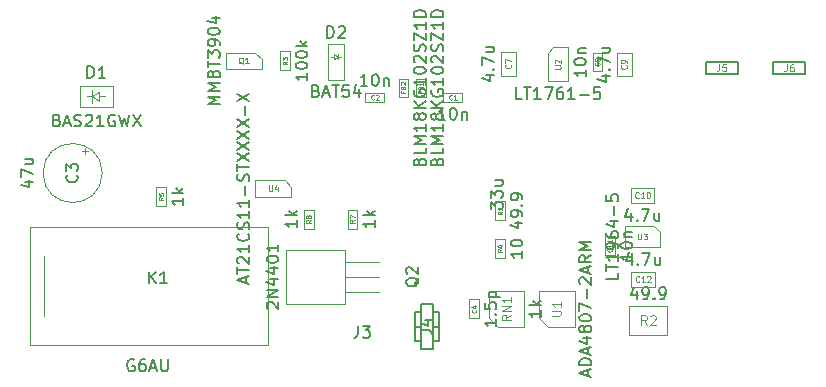
<source format=gbr>
G04 #@! TF.GenerationSoftware,KiCad,Pcbnew,(5.1.10)-1*
G04 #@! TF.CreationDate,2021-11-02T15:20:16+01:00*
G04 #@! TF.ProjectId,DgDrive_DVI,44674472-6976-4655-9f44-56492e6b6963,1.6*
G04 #@! TF.SameCoordinates,Original*
G04 #@! TF.FileFunction,Other,Fab,Top*
%FSLAX46Y46*%
G04 Gerber Fmt 4.6, Leading zero omitted, Abs format (unit mm)*
G04 Created by KiCad (PCBNEW (5.1.10)-1) date 2021-11-02 15:20:16*
%MOMM*%
%LPD*%
G01*
G04 APERTURE LIST*
%ADD10C,0.100000*%
%ADD11C,0.150000*%
%ADD12C,0.075000*%
%ADD13C,0.120000*%
%ADD14C,0.060000*%
%ADD15C,0.135000*%
%ADD16C,0.080000*%
%ADD17C,0.110000*%
%ADD18C,0.090000*%
G04 APERTURE END LIST*
D10*
X110480000Y-102600000D02*
X110480000Y-104000000D01*
X113520000Y-104000000D02*
X110480000Y-104000000D01*
X112950000Y-102600000D02*
X113520000Y-103150000D01*
X113520000Y-103150000D02*
X113520000Y-104000000D01*
X112950000Y-102600000D02*
X110500000Y-102600000D01*
X113110000Y-113060000D02*
X113110000Y-108480000D01*
X118060000Y-113060000D02*
X113110000Y-113060000D01*
X118060000Y-108480000D02*
X118060000Y-113060000D01*
X113110000Y-108480000D02*
X118060000Y-108480000D01*
X118060000Y-109500000D02*
X120980000Y-109500000D01*
X118060000Y-110770000D02*
X120980000Y-110770000D01*
X118060000Y-112040000D02*
X120980000Y-112040000D01*
X116600000Y-91080000D02*
X116600000Y-94120000D01*
X116600000Y-91080000D02*
X118000000Y-91080000D01*
X116600000Y-94120000D02*
X118000000Y-94120000D01*
X118000000Y-91080000D02*
X118000000Y-94120000D01*
X117450000Y-91950000D02*
X117450000Y-92350000D01*
X117450000Y-92150000D02*
X117700000Y-92150000D01*
X117450000Y-92150000D02*
X117150000Y-91950000D01*
X117150000Y-91950000D02*
X117150000Y-92350000D01*
X117150000Y-92350000D02*
X117450000Y-92150000D01*
X117150000Y-92150000D02*
X116900000Y-92150000D01*
X107980000Y-91800000D02*
X107980000Y-93200000D01*
X111020000Y-93200000D02*
X107980000Y-93200000D01*
X110450000Y-91800000D02*
X111020000Y-92350000D01*
X111020000Y-92350000D02*
X111020000Y-93200000D01*
X110450000Y-91800000D02*
X108000000Y-91800000D01*
X95600000Y-94600000D02*
X98400000Y-94600000D01*
X98400000Y-94600000D02*
X98400000Y-96400000D01*
X98400000Y-96400000D02*
X95600000Y-96400000D01*
X95600000Y-96400000D02*
X95600000Y-94600000D01*
X96250000Y-95500000D02*
X96650000Y-95500000D01*
X96650000Y-95500000D02*
X96650000Y-94950000D01*
X96650000Y-95500000D02*
X96650000Y-96050000D01*
X96650000Y-95500000D02*
X97250000Y-95100000D01*
X97250000Y-95100000D02*
X97250000Y-95900000D01*
X97250000Y-95900000D02*
X96650000Y-95500000D01*
X97250000Y-95500000D02*
X97750000Y-95500000D01*
X142150000Y-113255000D02*
X145350000Y-113255000D01*
X142150000Y-115745000D02*
X142150000Y-113255000D01*
X145350000Y-115745000D02*
X142150000Y-115745000D01*
X145350000Y-113255000D02*
X145350000Y-115745000D01*
X114587500Y-106700000D02*
X114587500Y-105100000D01*
X115412500Y-106700000D02*
X114587500Y-106700000D01*
X115412500Y-105100000D02*
X115412500Y-106700000D01*
X114587500Y-105100000D02*
X115412500Y-105100000D01*
X119112500Y-105100000D02*
X119112500Y-106700000D01*
X118287500Y-105100000D02*
X119112500Y-105100000D01*
X118287500Y-106700000D02*
X118287500Y-105100000D01*
X119112500Y-106700000D02*
X118287500Y-106700000D01*
X113412500Y-91700000D02*
X113412500Y-93300000D01*
X112587500Y-91700000D02*
X113412500Y-91700000D01*
X112587500Y-93300000D02*
X112587500Y-91700000D01*
X113412500Y-93300000D02*
X112587500Y-93300000D01*
X91420000Y-106590000D02*
X111560000Y-106590000D01*
X91420000Y-116590000D02*
X91420000Y-106590000D01*
X111560000Y-116590000D02*
X91420000Y-116590000D01*
X111560000Y-106590000D02*
X111560000Y-116590000D01*
X92600000Y-114130000D02*
X92600000Y-109050000D01*
D11*
X125500000Y-115000000D02*
X126000000Y-115000000D01*
X124000000Y-115000000D02*
X124500000Y-115000000D01*
X124500000Y-116900000D02*
X124500000Y-113100000D01*
X125500000Y-113100000D02*
X125500000Y-116900000D01*
X124000000Y-113750000D02*
X124000000Y-116250000D01*
X124000000Y-116250000D02*
X124500000Y-116250000D01*
X124500000Y-116250000D02*
X124500000Y-116750000D01*
X124500000Y-116900000D02*
X125500000Y-116900000D01*
X125500000Y-116750000D02*
X125500000Y-116250000D01*
X125500000Y-116250000D02*
X126000000Y-116250000D01*
X126000000Y-116250000D02*
X126000000Y-113750000D01*
X126000000Y-113750000D02*
X125500000Y-113750000D01*
X125500000Y-113750000D02*
X125500000Y-113250000D01*
X125500000Y-113100000D02*
X124500000Y-113100000D01*
X124500000Y-113250000D02*
X124500000Y-113750000D01*
X124500000Y-113750000D02*
X124000000Y-113750000D01*
D10*
X97500000Y-102000000D02*
G75*
G03*
X97500000Y-102000000I-2500000J0D01*
G01*
X96087500Y-99866395D02*
X96087500Y-100366395D01*
X96337500Y-100116395D02*
X95837500Y-100116395D01*
X102912500Y-104800000D02*
X102087500Y-104800000D01*
X102087500Y-104800000D02*
X102087500Y-103200000D01*
X102087500Y-103200000D02*
X102912500Y-103200000D01*
X102912500Y-103200000D02*
X102912500Y-104800000D01*
X126400000Y-96000000D02*
X126400000Y-95200000D01*
X126400000Y-95200000D02*
X128000000Y-95200000D01*
X128000000Y-95200000D02*
X128000000Y-96000000D01*
X128000000Y-96000000D02*
X126400000Y-96000000D01*
X119800000Y-95200000D02*
X121400000Y-95200000D01*
X119800000Y-96000000D02*
X119800000Y-95200000D01*
X121400000Y-96000000D02*
X119800000Y-96000000D01*
X121400000Y-95200000D02*
X121400000Y-96000000D01*
X129400000Y-112700000D02*
X129400000Y-114300000D01*
X128600000Y-112700000D02*
X129400000Y-112700000D01*
X128600000Y-114300000D02*
X128600000Y-112700000D01*
X129400000Y-114300000D02*
X128600000Y-114300000D01*
X131275000Y-93750000D02*
X131275000Y-91750000D01*
X132525000Y-93750000D02*
X131275000Y-93750000D01*
X132525000Y-91750000D02*
X132525000Y-93750000D01*
X131275000Y-91750000D02*
X132525000Y-91750000D01*
X139050000Y-93400000D02*
X139050000Y-91800000D01*
X139850000Y-93400000D02*
X139050000Y-93400000D01*
X139850000Y-91800000D02*
X139850000Y-93400000D01*
X139050000Y-91800000D02*
X139850000Y-91800000D01*
X141075000Y-91800000D02*
X142325000Y-91800000D01*
X142325000Y-91800000D02*
X142325000Y-93800000D01*
X142325000Y-93800000D02*
X141075000Y-93800000D01*
X141075000Y-93800000D02*
X141075000Y-91800000D01*
X144250000Y-104525000D02*
X142250000Y-104525000D01*
X144250000Y-103275000D02*
X144250000Y-104525000D01*
X142250000Y-103275000D02*
X144250000Y-103275000D01*
X142250000Y-104525000D02*
X142250000Y-103275000D01*
X140900000Y-108950000D02*
X140100000Y-108950000D01*
X140100000Y-108950000D02*
X140100000Y-107350000D01*
X140100000Y-107350000D02*
X140900000Y-107350000D01*
X140900000Y-107350000D02*
X140900000Y-108950000D01*
X144300000Y-110375000D02*
X144300000Y-111625000D01*
X144300000Y-111625000D02*
X142300000Y-111625000D01*
X142300000Y-111625000D02*
X142300000Y-110375000D01*
X142300000Y-110375000D02*
X144300000Y-110375000D01*
X124900000Y-94000000D02*
X124900000Y-95600000D01*
X124100000Y-94000000D02*
X124900000Y-94000000D01*
X124100000Y-95600000D02*
X124100000Y-94000000D01*
X124900000Y-95600000D02*
X124100000Y-95600000D01*
X123400000Y-95600000D02*
X122600000Y-95600000D01*
X122600000Y-95600000D02*
X122600000Y-94000000D01*
X122600000Y-94000000D02*
X123400000Y-94000000D01*
X123400000Y-94000000D02*
X123400000Y-95600000D01*
X131612500Y-104400000D02*
X131612500Y-106000000D01*
X130787500Y-104400000D02*
X131612500Y-104400000D01*
X130787500Y-106000000D02*
X130787500Y-104400000D01*
X131612500Y-106000000D02*
X130787500Y-106000000D01*
X131612500Y-107600000D02*
X131612500Y-109200000D01*
X130787500Y-107600000D02*
X131612500Y-107600000D01*
X130787500Y-109200000D02*
X130787500Y-107600000D01*
X131612500Y-109200000D02*
X130787500Y-109200000D01*
X131000000Y-115000000D02*
X130250000Y-114250000D01*
X133250000Y-115000000D02*
X131000000Y-115000000D01*
X133250000Y-112000000D02*
X133250000Y-115000000D01*
X130250000Y-112000000D02*
X133250000Y-112000000D01*
X130250000Y-114250000D02*
X130250000Y-112000000D01*
X136980000Y-91350000D02*
X136980000Y-94250000D01*
X136980000Y-94250000D02*
X135220000Y-94250000D01*
X135220000Y-91800000D02*
X135220000Y-94250000D01*
X136980000Y-91350000D02*
X135670000Y-91350000D01*
X135220000Y-91800000D02*
X135670000Y-91350000D01*
X144250000Y-106520000D02*
X144700000Y-106970000D01*
X144700000Y-108280000D02*
X144700000Y-106970000D01*
X144250000Y-106520000D02*
X141800000Y-106520000D01*
X141800000Y-108280000D02*
X141800000Y-106520000D01*
X144700000Y-108280000D02*
X141800000Y-108280000D01*
X134500000Y-114250000D02*
X134500000Y-112000000D01*
X134500000Y-112000000D02*
X137500000Y-112000000D01*
X137500000Y-112000000D02*
X137500000Y-115000000D01*
X137500000Y-115000000D02*
X135250000Y-115000000D01*
X135250000Y-115000000D02*
X134500000Y-114250000D01*
D11*
X151300000Y-92600000D02*
X151300000Y-93600000D01*
X148600000Y-93600000D02*
X151300000Y-93600000D01*
X148600000Y-93600000D02*
X148600000Y-92600000D01*
X151300000Y-92600000D02*
X148600000Y-92600000D01*
X154326600Y-93629100D02*
X157026600Y-93629100D01*
X157026600Y-92629100D02*
X157026600Y-93629100D01*
X157026600Y-92629100D02*
X154326600Y-92629100D01*
X154326600Y-93629100D02*
X154326600Y-92629100D01*
X130402380Y-105061904D02*
X130402380Y-104442857D01*
X130783333Y-104776190D01*
X130783333Y-104633333D01*
X130830952Y-104538095D01*
X130878571Y-104490476D01*
X130973809Y-104442857D01*
X131211904Y-104442857D01*
X131307142Y-104490476D01*
X131354761Y-104538095D01*
X131402380Y-104633333D01*
X131402380Y-104919047D01*
X131354761Y-105014285D01*
X131307142Y-105061904D01*
X130402380Y-104109523D02*
X130402380Y-103490476D01*
X130783333Y-103823809D01*
X130783333Y-103680952D01*
X130830952Y-103585714D01*
X130878571Y-103538095D01*
X130973809Y-103490476D01*
X131211904Y-103490476D01*
X131307142Y-103538095D01*
X131354761Y-103585714D01*
X131402380Y-103680952D01*
X131402380Y-103966666D01*
X131354761Y-104061904D01*
X131307142Y-104109523D01*
X130735714Y-102633333D02*
X131402380Y-102633333D01*
X130735714Y-103061904D02*
X131259523Y-103061904D01*
X131354761Y-103014285D01*
X131402380Y-102919047D01*
X131402380Y-102776190D01*
X131354761Y-102680952D01*
X131307142Y-102633333D01*
X109666666Y-111276190D02*
X109666666Y-110800000D01*
X109952380Y-111371428D02*
X108952380Y-111038095D01*
X109952380Y-110704761D01*
X108952380Y-110514285D02*
X108952380Y-109942857D01*
X109952380Y-110228571D02*
X108952380Y-110228571D01*
X109047619Y-109657142D02*
X109000000Y-109609523D01*
X108952380Y-109514285D01*
X108952380Y-109276190D01*
X109000000Y-109180952D01*
X109047619Y-109133333D01*
X109142857Y-109085714D01*
X109238095Y-109085714D01*
X109380952Y-109133333D01*
X109952380Y-109704761D01*
X109952380Y-109085714D01*
X109952380Y-108133333D02*
X109952380Y-108704761D01*
X109952380Y-108419047D02*
X108952380Y-108419047D01*
X109095238Y-108514285D01*
X109190476Y-108609523D01*
X109238095Y-108704761D01*
X109857142Y-107133333D02*
X109904761Y-107180952D01*
X109952380Y-107323809D01*
X109952380Y-107419047D01*
X109904761Y-107561904D01*
X109809523Y-107657142D01*
X109714285Y-107704761D01*
X109523809Y-107752380D01*
X109380952Y-107752380D01*
X109190476Y-107704761D01*
X109095238Y-107657142D01*
X109000000Y-107561904D01*
X108952380Y-107419047D01*
X108952380Y-107323809D01*
X109000000Y-107180952D01*
X109047619Y-107133333D01*
X109904761Y-106752380D02*
X109952380Y-106609523D01*
X109952380Y-106371428D01*
X109904761Y-106276190D01*
X109857142Y-106228571D01*
X109761904Y-106180952D01*
X109666666Y-106180952D01*
X109571428Y-106228571D01*
X109523809Y-106276190D01*
X109476190Y-106371428D01*
X109428571Y-106561904D01*
X109380952Y-106657142D01*
X109333333Y-106704761D01*
X109238095Y-106752380D01*
X109142857Y-106752380D01*
X109047619Y-106704761D01*
X109000000Y-106657142D01*
X108952380Y-106561904D01*
X108952380Y-106323809D01*
X109000000Y-106180952D01*
X109952380Y-105228571D02*
X109952380Y-105800000D01*
X109952380Y-105514285D02*
X108952380Y-105514285D01*
X109095238Y-105609523D01*
X109190476Y-105704761D01*
X109238095Y-105800000D01*
X109952380Y-104276190D02*
X109952380Y-104847619D01*
X109952380Y-104561904D02*
X108952380Y-104561904D01*
X109095238Y-104657142D01*
X109190476Y-104752380D01*
X109238095Y-104847619D01*
X109571428Y-103847619D02*
X109571428Y-103085714D01*
X109904761Y-102657142D02*
X109952380Y-102514285D01*
X109952380Y-102276190D01*
X109904761Y-102180952D01*
X109857142Y-102133333D01*
X109761904Y-102085714D01*
X109666666Y-102085714D01*
X109571428Y-102133333D01*
X109523809Y-102180952D01*
X109476190Y-102276190D01*
X109428571Y-102466666D01*
X109380952Y-102561904D01*
X109333333Y-102609523D01*
X109238095Y-102657142D01*
X109142857Y-102657142D01*
X109047619Y-102609523D01*
X109000000Y-102561904D01*
X108952380Y-102466666D01*
X108952380Y-102228571D01*
X109000000Y-102085714D01*
X108952380Y-101800000D02*
X108952380Y-101228571D01*
X109952380Y-101514285D02*
X108952380Y-101514285D01*
X108952380Y-100990476D02*
X109952380Y-100323809D01*
X108952380Y-100323809D02*
X109952380Y-100990476D01*
X108952380Y-100038095D02*
X109952380Y-99371428D01*
X108952380Y-99371428D02*
X109952380Y-100038095D01*
X108952380Y-99085714D02*
X109952380Y-98419047D01*
X108952380Y-98419047D02*
X109952380Y-99085714D01*
X108952380Y-98133333D02*
X109952380Y-97466666D01*
X108952380Y-97466666D02*
X109952380Y-98133333D01*
X109571428Y-97085714D02*
X109571428Y-96323809D01*
X108952380Y-95942857D02*
X109952380Y-95276190D01*
X108952380Y-95276190D02*
X109952380Y-95942857D01*
D12*
X111619047Y-103026190D02*
X111619047Y-103430952D01*
X111642857Y-103478571D01*
X111666666Y-103502380D01*
X111714285Y-103526190D01*
X111809523Y-103526190D01*
X111857142Y-103502380D01*
X111880952Y-103478571D01*
X111904761Y-103430952D01*
X111904761Y-103026190D01*
X112357142Y-103192857D02*
X112357142Y-103526190D01*
X112238095Y-103002380D02*
X112119047Y-103359523D01*
X112428571Y-103359523D01*
D11*
X111517619Y-113484285D02*
X111470000Y-113436666D01*
X111422380Y-113341428D01*
X111422380Y-113103333D01*
X111470000Y-113008095D01*
X111517619Y-112960476D01*
X111612857Y-112912857D01*
X111708095Y-112912857D01*
X111850952Y-112960476D01*
X112422380Y-113531904D01*
X112422380Y-112912857D01*
X112422380Y-112484285D02*
X111422380Y-112484285D01*
X112422380Y-111912857D01*
X111422380Y-111912857D01*
X111755714Y-111008095D02*
X112422380Y-111008095D01*
X111374761Y-111246190D02*
X112089047Y-111484285D01*
X112089047Y-110865238D01*
X111755714Y-110055714D02*
X112422380Y-110055714D01*
X111374761Y-110293809D02*
X112089047Y-110531904D01*
X112089047Y-109912857D01*
X111422380Y-109341428D02*
X111422380Y-109246190D01*
X111470000Y-109150952D01*
X111517619Y-109103333D01*
X111612857Y-109055714D01*
X111803333Y-109008095D01*
X112041428Y-109008095D01*
X112231904Y-109055714D01*
X112327142Y-109103333D01*
X112374761Y-109150952D01*
X112422380Y-109246190D01*
X112422380Y-109341428D01*
X112374761Y-109436666D01*
X112327142Y-109484285D01*
X112231904Y-109531904D01*
X112041428Y-109579523D01*
X111803333Y-109579523D01*
X111612857Y-109531904D01*
X111517619Y-109484285D01*
X111470000Y-109436666D01*
X111422380Y-109341428D01*
X112422380Y-108055714D02*
X112422380Y-108627142D01*
X112422380Y-108341428D02*
X111422380Y-108341428D01*
X111565238Y-108436666D01*
X111660476Y-108531904D01*
X111708095Y-108627142D01*
X124327619Y-110865238D02*
X124280000Y-110960476D01*
X124184761Y-111055714D01*
X124041904Y-111198571D01*
X123994285Y-111293809D01*
X123994285Y-111389047D01*
X124232380Y-111341428D02*
X124184761Y-111436666D01*
X124089523Y-111531904D01*
X123899047Y-111579523D01*
X123565714Y-111579523D01*
X123375238Y-111531904D01*
X123280000Y-111436666D01*
X123232380Y-111341428D01*
X123232380Y-111150952D01*
X123280000Y-111055714D01*
X123375238Y-110960476D01*
X123565714Y-110912857D01*
X123899047Y-110912857D01*
X124089523Y-110960476D01*
X124184761Y-111055714D01*
X124232380Y-111150952D01*
X124232380Y-111341428D01*
X123327619Y-110531904D02*
X123280000Y-110484285D01*
X123232380Y-110389047D01*
X123232380Y-110150952D01*
X123280000Y-110055714D01*
X123327619Y-110008095D01*
X123422857Y-109960476D01*
X123518095Y-109960476D01*
X123660952Y-110008095D01*
X124232380Y-110579523D01*
X124232380Y-109960476D01*
X115609523Y-95028571D02*
X115752380Y-95076190D01*
X115800000Y-95123809D01*
X115847619Y-95219047D01*
X115847619Y-95361904D01*
X115800000Y-95457142D01*
X115752380Y-95504761D01*
X115657142Y-95552380D01*
X115276190Y-95552380D01*
X115276190Y-94552380D01*
X115609523Y-94552380D01*
X115704761Y-94600000D01*
X115752380Y-94647619D01*
X115800000Y-94742857D01*
X115800000Y-94838095D01*
X115752380Y-94933333D01*
X115704761Y-94980952D01*
X115609523Y-95028571D01*
X115276190Y-95028571D01*
X116228571Y-95266666D02*
X116704761Y-95266666D01*
X116133333Y-95552380D02*
X116466666Y-94552380D01*
X116800000Y-95552380D01*
X116990476Y-94552380D02*
X117561904Y-94552380D01*
X117276190Y-95552380D02*
X117276190Y-94552380D01*
X118371428Y-94552380D02*
X117895238Y-94552380D01*
X117847619Y-95028571D01*
X117895238Y-94980952D01*
X117990476Y-94933333D01*
X118228571Y-94933333D01*
X118323809Y-94980952D01*
X118371428Y-95028571D01*
X118419047Y-95123809D01*
X118419047Y-95361904D01*
X118371428Y-95457142D01*
X118323809Y-95504761D01*
X118228571Y-95552380D01*
X117990476Y-95552380D01*
X117895238Y-95504761D01*
X117847619Y-95457142D01*
X119276190Y-94885714D02*
X119276190Y-95552380D01*
X119038095Y-94504761D02*
X118800000Y-95219047D01*
X119419047Y-95219047D01*
X116561904Y-90552380D02*
X116561904Y-89552380D01*
X116800000Y-89552380D01*
X116942857Y-89600000D01*
X117038095Y-89695238D01*
X117085714Y-89790476D01*
X117133333Y-89980952D01*
X117133333Y-90123809D01*
X117085714Y-90314285D01*
X117038095Y-90409523D01*
X116942857Y-90504761D01*
X116800000Y-90552380D01*
X116561904Y-90552380D01*
X117514285Y-89647619D02*
X117561904Y-89600000D01*
X117657142Y-89552380D01*
X117895238Y-89552380D01*
X117990476Y-89600000D01*
X118038095Y-89647619D01*
X118085714Y-89742857D01*
X118085714Y-89838095D01*
X118038095Y-89980952D01*
X117466666Y-90552380D01*
X118085714Y-90552380D01*
X107452380Y-96190476D02*
X106452380Y-96190476D01*
X107166666Y-95857142D01*
X106452380Y-95523809D01*
X107452380Y-95523809D01*
X107452380Y-95047619D02*
X106452380Y-95047619D01*
X107166666Y-94714285D01*
X106452380Y-94380952D01*
X107452380Y-94380952D01*
X106928571Y-93571428D02*
X106976190Y-93428571D01*
X107023809Y-93380952D01*
X107119047Y-93333333D01*
X107261904Y-93333333D01*
X107357142Y-93380952D01*
X107404761Y-93428571D01*
X107452380Y-93523809D01*
X107452380Y-93904761D01*
X106452380Y-93904761D01*
X106452380Y-93571428D01*
X106500000Y-93476190D01*
X106547619Y-93428571D01*
X106642857Y-93380952D01*
X106738095Y-93380952D01*
X106833333Y-93428571D01*
X106880952Y-93476190D01*
X106928571Y-93571428D01*
X106928571Y-93904761D01*
X106452380Y-93047619D02*
X106452380Y-92476190D01*
X107452380Y-92761904D02*
X106452380Y-92761904D01*
X106452380Y-92238095D02*
X106452380Y-91619047D01*
X106833333Y-91952380D01*
X106833333Y-91809523D01*
X106880952Y-91714285D01*
X106928571Y-91666666D01*
X107023809Y-91619047D01*
X107261904Y-91619047D01*
X107357142Y-91666666D01*
X107404761Y-91714285D01*
X107452380Y-91809523D01*
X107452380Y-92095238D01*
X107404761Y-92190476D01*
X107357142Y-92238095D01*
X107452380Y-91142857D02*
X107452380Y-90952380D01*
X107404761Y-90857142D01*
X107357142Y-90809523D01*
X107214285Y-90714285D01*
X107023809Y-90666666D01*
X106642857Y-90666666D01*
X106547619Y-90714285D01*
X106500000Y-90761904D01*
X106452380Y-90857142D01*
X106452380Y-91047619D01*
X106500000Y-91142857D01*
X106547619Y-91190476D01*
X106642857Y-91238095D01*
X106880952Y-91238095D01*
X106976190Y-91190476D01*
X107023809Y-91142857D01*
X107071428Y-91047619D01*
X107071428Y-90857142D01*
X107023809Y-90761904D01*
X106976190Y-90714285D01*
X106880952Y-90666666D01*
X106452380Y-90047619D02*
X106452380Y-89952380D01*
X106500000Y-89857142D01*
X106547619Y-89809523D01*
X106642857Y-89761904D01*
X106833333Y-89714285D01*
X107071428Y-89714285D01*
X107261904Y-89761904D01*
X107357142Y-89809523D01*
X107404761Y-89857142D01*
X107452380Y-89952380D01*
X107452380Y-90047619D01*
X107404761Y-90142857D01*
X107357142Y-90190476D01*
X107261904Y-90238095D01*
X107071428Y-90285714D01*
X106833333Y-90285714D01*
X106642857Y-90238095D01*
X106547619Y-90190476D01*
X106500000Y-90142857D01*
X106452380Y-90047619D01*
X106785714Y-88857142D02*
X107452380Y-88857142D01*
X106404761Y-89095238D02*
X107119047Y-89333333D01*
X107119047Y-88714285D01*
D12*
X109452380Y-92773809D02*
X109404761Y-92750000D01*
X109357142Y-92702380D01*
X109285714Y-92630952D01*
X109238095Y-92607142D01*
X109190476Y-92607142D01*
X109214285Y-92726190D02*
X109166666Y-92702380D01*
X109119047Y-92654761D01*
X109095238Y-92559523D01*
X109095238Y-92392857D01*
X109119047Y-92297619D01*
X109166666Y-92250000D01*
X109214285Y-92226190D01*
X109309523Y-92226190D01*
X109357142Y-92250000D01*
X109404761Y-92297619D01*
X109428571Y-92392857D01*
X109428571Y-92559523D01*
X109404761Y-92654761D01*
X109357142Y-92702380D01*
X109309523Y-92726190D01*
X109214285Y-92726190D01*
X109904761Y-92726190D02*
X109619047Y-92726190D01*
X109761904Y-92726190D02*
X109761904Y-92226190D01*
X109714285Y-92297619D01*
X109666666Y-92345238D01*
X109619047Y-92369047D01*
D11*
X93666666Y-97528571D02*
X93809523Y-97576190D01*
X93857142Y-97623809D01*
X93904761Y-97719047D01*
X93904761Y-97861904D01*
X93857142Y-97957142D01*
X93809523Y-98004761D01*
X93714285Y-98052380D01*
X93333333Y-98052380D01*
X93333333Y-97052380D01*
X93666666Y-97052380D01*
X93761904Y-97100000D01*
X93809523Y-97147619D01*
X93857142Y-97242857D01*
X93857142Y-97338095D01*
X93809523Y-97433333D01*
X93761904Y-97480952D01*
X93666666Y-97528571D01*
X93333333Y-97528571D01*
X94285714Y-97766666D02*
X94761904Y-97766666D01*
X94190476Y-98052380D02*
X94523809Y-97052380D01*
X94857142Y-98052380D01*
X95142857Y-98004761D02*
X95285714Y-98052380D01*
X95523809Y-98052380D01*
X95619047Y-98004761D01*
X95666666Y-97957142D01*
X95714285Y-97861904D01*
X95714285Y-97766666D01*
X95666666Y-97671428D01*
X95619047Y-97623809D01*
X95523809Y-97576190D01*
X95333333Y-97528571D01*
X95238095Y-97480952D01*
X95190476Y-97433333D01*
X95142857Y-97338095D01*
X95142857Y-97242857D01*
X95190476Y-97147619D01*
X95238095Y-97100000D01*
X95333333Y-97052380D01*
X95571428Y-97052380D01*
X95714285Y-97100000D01*
X96095238Y-97147619D02*
X96142857Y-97100000D01*
X96238095Y-97052380D01*
X96476190Y-97052380D01*
X96571428Y-97100000D01*
X96619047Y-97147619D01*
X96666666Y-97242857D01*
X96666666Y-97338095D01*
X96619047Y-97480952D01*
X96047619Y-98052380D01*
X96666666Y-98052380D01*
X97619047Y-98052380D02*
X97047619Y-98052380D01*
X97333333Y-98052380D02*
X97333333Y-97052380D01*
X97238095Y-97195238D01*
X97142857Y-97290476D01*
X97047619Y-97338095D01*
X98571428Y-97100000D02*
X98476190Y-97052380D01*
X98333333Y-97052380D01*
X98190476Y-97100000D01*
X98095238Y-97195238D01*
X98047619Y-97290476D01*
X98000000Y-97480952D01*
X98000000Y-97623809D01*
X98047619Y-97814285D01*
X98095238Y-97909523D01*
X98190476Y-98004761D01*
X98333333Y-98052380D01*
X98428571Y-98052380D01*
X98571428Y-98004761D01*
X98619047Y-97957142D01*
X98619047Y-97623809D01*
X98428571Y-97623809D01*
X98952380Y-97052380D02*
X99190476Y-98052380D01*
X99380952Y-97338095D01*
X99571428Y-98052380D01*
X99809523Y-97052380D01*
X100095238Y-97052380D02*
X100761904Y-98052380D01*
X100761904Y-97052380D02*
X100095238Y-98052380D01*
X96261904Y-93952380D02*
X96261904Y-92952380D01*
X96500000Y-92952380D01*
X96642857Y-93000000D01*
X96738095Y-93095238D01*
X96785714Y-93190476D01*
X96833333Y-93380952D01*
X96833333Y-93523809D01*
X96785714Y-93714285D01*
X96738095Y-93809523D01*
X96642857Y-93904761D01*
X96500000Y-93952380D01*
X96261904Y-93952380D01*
X97785714Y-93952380D02*
X97214285Y-93952380D01*
X97500000Y-93952380D02*
X97500000Y-92952380D01*
X97404761Y-93095238D01*
X97309523Y-93190476D01*
X97214285Y-93238095D01*
X142750000Y-112005714D02*
X142750000Y-112672380D01*
X142511904Y-111624761D02*
X142273809Y-112339047D01*
X142892857Y-112339047D01*
X143321428Y-112672380D02*
X143511904Y-112672380D01*
X143607142Y-112624761D01*
X143654761Y-112577142D01*
X143750000Y-112434285D01*
X143797619Y-112243809D01*
X143797619Y-111862857D01*
X143750000Y-111767619D01*
X143702380Y-111720000D01*
X143607142Y-111672380D01*
X143416666Y-111672380D01*
X143321428Y-111720000D01*
X143273809Y-111767619D01*
X143226190Y-111862857D01*
X143226190Y-112100952D01*
X143273809Y-112196190D01*
X143321428Y-112243809D01*
X143416666Y-112291428D01*
X143607142Y-112291428D01*
X143702380Y-112243809D01*
X143750000Y-112196190D01*
X143797619Y-112100952D01*
X144226190Y-112577142D02*
X144273809Y-112624761D01*
X144226190Y-112672380D01*
X144178571Y-112624761D01*
X144226190Y-112577142D01*
X144226190Y-112672380D01*
X144750000Y-112672380D02*
X144940476Y-112672380D01*
X145035714Y-112624761D01*
X145083333Y-112577142D01*
X145178571Y-112434285D01*
X145226190Y-112243809D01*
X145226190Y-111862857D01*
X145178571Y-111767619D01*
X145130952Y-111720000D01*
X145035714Y-111672380D01*
X144845238Y-111672380D01*
X144750000Y-111720000D01*
X144702380Y-111767619D01*
X144654761Y-111862857D01*
X144654761Y-112100952D01*
X144702380Y-112196190D01*
X144750000Y-112243809D01*
X144845238Y-112291428D01*
X145035714Y-112291428D01*
X145130952Y-112243809D01*
X145178571Y-112196190D01*
X145226190Y-112100952D01*
D13*
X143616666Y-114861904D02*
X143350000Y-114480952D01*
X143159523Y-114861904D02*
X143159523Y-114061904D01*
X143464285Y-114061904D01*
X143540476Y-114100000D01*
X143578571Y-114138095D01*
X143616666Y-114214285D01*
X143616666Y-114328571D01*
X143578571Y-114404761D01*
X143540476Y-114442857D01*
X143464285Y-114480952D01*
X143159523Y-114480952D01*
X143921428Y-114138095D02*
X143959523Y-114100000D01*
X144035714Y-114061904D01*
X144226190Y-114061904D01*
X144302380Y-114100000D01*
X144340476Y-114138095D01*
X144378571Y-114214285D01*
X144378571Y-114290476D01*
X144340476Y-114404761D01*
X143883333Y-114861904D01*
X144378571Y-114861904D01*
D11*
X114022380Y-106019047D02*
X114022380Y-106590476D01*
X114022380Y-106304761D02*
X113022380Y-106304761D01*
X113165238Y-106400000D01*
X113260476Y-106495238D01*
X113308095Y-106590476D01*
X114022380Y-105590476D02*
X113022380Y-105590476D01*
X113641428Y-105495238D02*
X114022380Y-105209523D01*
X113355714Y-105209523D02*
X113736666Y-105590476D01*
D14*
X115180952Y-105966666D02*
X114990476Y-106100000D01*
X115180952Y-106195238D02*
X114780952Y-106195238D01*
X114780952Y-106042857D01*
X114800000Y-106004761D01*
X114819047Y-105985714D01*
X114857142Y-105966666D01*
X114914285Y-105966666D01*
X114952380Y-105985714D01*
X114971428Y-106004761D01*
X114990476Y-106042857D01*
X114990476Y-106195238D01*
X114952380Y-105738095D02*
X114933333Y-105776190D01*
X114914285Y-105795238D01*
X114876190Y-105814285D01*
X114857142Y-105814285D01*
X114819047Y-105795238D01*
X114800000Y-105776190D01*
X114780952Y-105738095D01*
X114780952Y-105661904D01*
X114800000Y-105623809D01*
X114819047Y-105604761D01*
X114857142Y-105585714D01*
X114876190Y-105585714D01*
X114914285Y-105604761D01*
X114933333Y-105623809D01*
X114952380Y-105661904D01*
X114952380Y-105738095D01*
X114971428Y-105776190D01*
X114990476Y-105795238D01*
X115028571Y-105814285D01*
X115104761Y-105814285D01*
X115142857Y-105795238D01*
X115161904Y-105776190D01*
X115180952Y-105738095D01*
X115180952Y-105661904D01*
X115161904Y-105623809D01*
X115142857Y-105604761D01*
X115104761Y-105585714D01*
X115028571Y-105585714D01*
X114990476Y-105604761D01*
X114971428Y-105623809D01*
X114952380Y-105661904D01*
D11*
X120582380Y-106019047D02*
X120582380Y-106590476D01*
X120582380Y-106304761D02*
X119582380Y-106304761D01*
X119725238Y-106400000D01*
X119820476Y-106495238D01*
X119868095Y-106590476D01*
X120582380Y-105590476D02*
X119582380Y-105590476D01*
X120201428Y-105495238D02*
X120582380Y-105209523D01*
X119915714Y-105209523D02*
X120296666Y-105590476D01*
D14*
X118880952Y-105966666D02*
X118690476Y-106100000D01*
X118880952Y-106195238D02*
X118480952Y-106195238D01*
X118480952Y-106042857D01*
X118500000Y-106004761D01*
X118519047Y-105985714D01*
X118557142Y-105966666D01*
X118614285Y-105966666D01*
X118652380Y-105985714D01*
X118671428Y-106004761D01*
X118690476Y-106042857D01*
X118690476Y-106195238D01*
X118480952Y-105833333D02*
X118480952Y-105566666D01*
X118880952Y-105738095D01*
D11*
X114882380Y-93571428D02*
X114882380Y-94142857D01*
X114882380Y-93857142D02*
X113882380Y-93857142D01*
X114025238Y-93952380D01*
X114120476Y-94047619D01*
X114168095Y-94142857D01*
X113882380Y-92952380D02*
X113882380Y-92857142D01*
X113930000Y-92761904D01*
X113977619Y-92714285D01*
X114072857Y-92666666D01*
X114263333Y-92619047D01*
X114501428Y-92619047D01*
X114691904Y-92666666D01*
X114787142Y-92714285D01*
X114834761Y-92761904D01*
X114882380Y-92857142D01*
X114882380Y-92952380D01*
X114834761Y-93047619D01*
X114787142Y-93095238D01*
X114691904Y-93142857D01*
X114501428Y-93190476D01*
X114263333Y-93190476D01*
X114072857Y-93142857D01*
X113977619Y-93095238D01*
X113930000Y-93047619D01*
X113882380Y-92952380D01*
X113882380Y-92000000D02*
X113882380Y-91904761D01*
X113930000Y-91809523D01*
X113977619Y-91761904D01*
X114072857Y-91714285D01*
X114263333Y-91666666D01*
X114501428Y-91666666D01*
X114691904Y-91714285D01*
X114787142Y-91761904D01*
X114834761Y-91809523D01*
X114882380Y-91904761D01*
X114882380Y-92000000D01*
X114834761Y-92095238D01*
X114787142Y-92142857D01*
X114691904Y-92190476D01*
X114501428Y-92238095D01*
X114263333Y-92238095D01*
X114072857Y-92190476D01*
X113977619Y-92142857D01*
X113930000Y-92095238D01*
X113882380Y-92000000D01*
X114882380Y-91238095D02*
X113882380Y-91238095D01*
X114501428Y-91142857D02*
X114882380Y-90857142D01*
X114215714Y-90857142D02*
X114596666Y-91238095D01*
D14*
X113180952Y-92566666D02*
X112990476Y-92700000D01*
X113180952Y-92795238D02*
X112780952Y-92795238D01*
X112780952Y-92642857D01*
X112800000Y-92604761D01*
X112819047Y-92585714D01*
X112857142Y-92566666D01*
X112914285Y-92566666D01*
X112952380Y-92585714D01*
X112971428Y-92604761D01*
X112990476Y-92642857D01*
X112990476Y-92795238D01*
X112780952Y-92433333D02*
X112780952Y-92185714D01*
X112933333Y-92319047D01*
X112933333Y-92261904D01*
X112952380Y-92223809D01*
X112971428Y-92204761D01*
X113009523Y-92185714D01*
X113104761Y-92185714D01*
X113142857Y-92204761D01*
X113161904Y-92223809D01*
X113180952Y-92261904D01*
X113180952Y-92376190D01*
X113161904Y-92414285D01*
X113142857Y-92433333D01*
D11*
X100196333Y-117821000D02*
X100101095Y-117773380D01*
X99958238Y-117773380D01*
X99815380Y-117821000D01*
X99720142Y-117916238D01*
X99672523Y-118011476D01*
X99624904Y-118201952D01*
X99624904Y-118344809D01*
X99672523Y-118535285D01*
X99720142Y-118630523D01*
X99815380Y-118725761D01*
X99958238Y-118773380D01*
X100053476Y-118773380D01*
X100196333Y-118725761D01*
X100243952Y-118678142D01*
X100243952Y-118344809D01*
X100053476Y-118344809D01*
X101101095Y-117773380D02*
X100910619Y-117773380D01*
X100815380Y-117821000D01*
X100767761Y-117868619D01*
X100672523Y-118011476D01*
X100624904Y-118201952D01*
X100624904Y-118582904D01*
X100672523Y-118678142D01*
X100720142Y-118725761D01*
X100815380Y-118773380D01*
X101005857Y-118773380D01*
X101101095Y-118725761D01*
X101148714Y-118678142D01*
X101196333Y-118582904D01*
X101196333Y-118344809D01*
X101148714Y-118249571D01*
X101101095Y-118201952D01*
X101005857Y-118154333D01*
X100815380Y-118154333D01*
X100720142Y-118201952D01*
X100672523Y-118249571D01*
X100624904Y-118344809D01*
X101577285Y-118487666D02*
X102053476Y-118487666D01*
X101482047Y-118773380D02*
X101815380Y-117773380D01*
X102148714Y-118773380D01*
X102482047Y-117773380D02*
X102482047Y-118582904D01*
X102529666Y-118678142D01*
X102577285Y-118725761D01*
X102672523Y-118773380D01*
X102863000Y-118773380D01*
X102958238Y-118725761D01*
X103005857Y-118678142D01*
X103053476Y-118582904D01*
X103053476Y-117773380D01*
X101461904Y-111352380D02*
X101461904Y-110352380D01*
X102033333Y-111352380D02*
X101604761Y-110780952D01*
X102033333Y-110352380D02*
X101461904Y-110923809D01*
X102985714Y-111352380D02*
X102414285Y-111352380D01*
X102700000Y-111352380D02*
X102700000Y-110352380D01*
X102604761Y-110495238D01*
X102509523Y-110590476D01*
X102414285Y-110638095D01*
X119166666Y-114952380D02*
X119166666Y-115666666D01*
X119119047Y-115809523D01*
X119023809Y-115904761D01*
X118880952Y-115952380D01*
X118785714Y-115952380D01*
X119547619Y-114952380D02*
X120166666Y-114952380D01*
X119833333Y-115333333D01*
X119976190Y-115333333D01*
X120071428Y-115380952D01*
X120119047Y-115428571D01*
X120166666Y-115523809D01*
X120166666Y-115761904D01*
X120119047Y-115857142D01*
X120071428Y-115904761D01*
X119976190Y-115952380D01*
X119690476Y-115952380D01*
X119595238Y-115904761D01*
X119547619Y-115857142D01*
D15*
X124507142Y-115300000D02*
X125150000Y-115300000D01*
X125278571Y-115342857D01*
X125364285Y-115428571D01*
X125407142Y-115557142D01*
X125407142Y-115642857D01*
X124807142Y-114485714D02*
X125407142Y-114485714D01*
X124464285Y-114700000D02*
X125107142Y-114914285D01*
X125107142Y-114357142D01*
D11*
X90975714Y-102738095D02*
X91642380Y-102738095D01*
X90594761Y-102976190D02*
X91309047Y-103214285D01*
X91309047Y-102595238D01*
X90642380Y-102309523D02*
X90642380Y-101642857D01*
X91642380Y-102071428D01*
X90975714Y-100833333D02*
X91642380Y-100833333D01*
X90975714Y-101261904D02*
X91499523Y-101261904D01*
X91594761Y-101214285D01*
X91642380Y-101119047D01*
X91642380Y-100976190D01*
X91594761Y-100880952D01*
X91547142Y-100833333D01*
X95357142Y-102166666D02*
X95404761Y-102214285D01*
X95452380Y-102357142D01*
X95452380Y-102452380D01*
X95404761Y-102595238D01*
X95309523Y-102690476D01*
X95214285Y-102738095D01*
X95023809Y-102785714D01*
X94880952Y-102785714D01*
X94690476Y-102738095D01*
X94595238Y-102690476D01*
X94500000Y-102595238D01*
X94452380Y-102452380D01*
X94452380Y-102357142D01*
X94500000Y-102214285D01*
X94547619Y-102166666D01*
X94452380Y-101833333D02*
X94452380Y-101214285D01*
X94833333Y-101547619D01*
X94833333Y-101404761D01*
X94880952Y-101309523D01*
X94928571Y-101261904D01*
X95023809Y-101214285D01*
X95261904Y-101214285D01*
X95357142Y-101261904D01*
X95404761Y-101309523D01*
X95452380Y-101404761D01*
X95452380Y-101690476D01*
X95404761Y-101785714D01*
X95357142Y-101833333D01*
X104382380Y-104119047D02*
X104382380Y-104690476D01*
X104382380Y-104404761D02*
X103382380Y-104404761D01*
X103525238Y-104500000D01*
X103620476Y-104595238D01*
X103668095Y-104690476D01*
X104382380Y-103690476D02*
X103382380Y-103690476D01*
X104001428Y-103595238D02*
X104382380Y-103309523D01*
X103715714Y-103309523D02*
X104096666Y-103690476D01*
D14*
X102680952Y-104066666D02*
X102490476Y-104200000D01*
X102680952Y-104295238D02*
X102280952Y-104295238D01*
X102280952Y-104142857D01*
X102300000Y-104104761D01*
X102319047Y-104085714D01*
X102357142Y-104066666D01*
X102414285Y-104066666D01*
X102452380Y-104085714D01*
X102471428Y-104104761D01*
X102490476Y-104142857D01*
X102490476Y-104295238D01*
X102280952Y-103704761D02*
X102280952Y-103895238D01*
X102471428Y-103914285D01*
X102452380Y-103895238D01*
X102433333Y-103857142D01*
X102433333Y-103761904D01*
X102452380Y-103723809D01*
X102471428Y-103704761D01*
X102509523Y-103685714D01*
X102604761Y-103685714D01*
X102642857Y-103704761D01*
X102661904Y-103723809D01*
X102680952Y-103761904D01*
X102680952Y-103857142D01*
X102661904Y-103895238D01*
X102642857Y-103914285D01*
D11*
X126557142Y-97482380D02*
X125985714Y-97482380D01*
X126271428Y-97482380D02*
X126271428Y-96482380D01*
X126176190Y-96625238D01*
X126080952Y-96720476D01*
X125985714Y-96768095D01*
X127176190Y-96482380D02*
X127271428Y-96482380D01*
X127366666Y-96530000D01*
X127414285Y-96577619D01*
X127461904Y-96672857D01*
X127509523Y-96863333D01*
X127509523Y-97101428D01*
X127461904Y-97291904D01*
X127414285Y-97387142D01*
X127366666Y-97434761D01*
X127271428Y-97482380D01*
X127176190Y-97482380D01*
X127080952Y-97434761D01*
X127033333Y-97387142D01*
X126985714Y-97291904D01*
X126938095Y-97101428D01*
X126938095Y-96863333D01*
X126985714Y-96672857D01*
X127033333Y-96577619D01*
X127080952Y-96530000D01*
X127176190Y-96482380D01*
X127938095Y-96815714D02*
X127938095Y-97482380D01*
X127938095Y-96910952D02*
X127985714Y-96863333D01*
X128080952Y-96815714D01*
X128223809Y-96815714D01*
X128319047Y-96863333D01*
X128366666Y-96958571D01*
X128366666Y-97482380D01*
D14*
X127133333Y-95742857D02*
X127114285Y-95761904D01*
X127057142Y-95780952D01*
X127019047Y-95780952D01*
X126961904Y-95761904D01*
X126923809Y-95723809D01*
X126904761Y-95685714D01*
X126885714Y-95609523D01*
X126885714Y-95552380D01*
X126904761Y-95476190D01*
X126923809Y-95438095D01*
X126961904Y-95400000D01*
X127019047Y-95380952D01*
X127057142Y-95380952D01*
X127114285Y-95400000D01*
X127133333Y-95419047D01*
X127514285Y-95780952D02*
X127285714Y-95780952D01*
X127400000Y-95780952D02*
X127400000Y-95380952D01*
X127361904Y-95438095D01*
X127323809Y-95476190D01*
X127285714Y-95495238D01*
D11*
X119957142Y-94622380D02*
X119385714Y-94622380D01*
X119671428Y-94622380D02*
X119671428Y-93622380D01*
X119576190Y-93765238D01*
X119480952Y-93860476D01*
X119385714Y-93908095D01*
X120576190Y-93622380D02*
X120671428Y-93622380D01*
X120766666Y-93670000D01*
X120814285Y-93717619D01*
X120861904Y-93812857D01*
X120909523Y-94003333D01*
X120909523Y-94241428D01*
X120861904Y-94431904D01*
X120814285Y-94527142D01*
X120766666Y-94574761D01*
X120671428Y-94622380D01*
X120576190Y-94622380D01*
X120480952Y-94574761D01*
X120433333Y-94527142D01*
X120385714Y-94431904D01*
X120338095Y-94241428D01*
X120338095Y-94003333D01*
X120385714Y-93812857D01*
X120433333Y-93717619D01*
X120480952Y-93670000D01*
X120576190Y-93622380D01*
X121338095Y-93955714D02*
X121338095Y-94622380D01*
X121338095Y-94050952D02*
X121385714Y-94003333D01*
X121480952Y-93955714D01*
X121623809Y-93955714D01*
X121719047Y-94003333D01*
X121766666Y-94098571D01*
X121766666Y-94622380D01*
D14*
X120533333Y-95742857D02*
X120514285Y-95761904D01*
X120457142Y-95780952D01*
X120419047Y-95780952D01*
X120361904Y-95761904D01*
X120323809Y-95723809D01*
X120304761Y-95685714D01*
X120285714Y-95609523D01*
X120285714Y-95552380D01*
X120304761Y-95476190D01*
X120323809Y-95438095D01*
X120361904Y-95400000D01*
X120419047Y-95380952D01*
X120457142Y-95380952D01*
X120514285Y-95400000D01*
X120533333Y-95419047D01*
X120685714Y-95419047D02*
X120704761Y-95400000D01*
X120742857Y-95380952D01*
X120838095Y-95380952D01*
X120876190Y-95400000D01*
X120895238Y-95419047D01*
X120914285Y-95457142D01*
X120914285Y-95495238D01*
X120895238Y-95552380D01*
X120666666Y-95780952D01*
X120914285Y-95780952D01*
D11*
X130882380Y-114380952D02*
X130882380Y-114952380D01*
X130882380Y-114666666D02*
X129882380Y-114666666D01*
X130025238Y-114761904D01*
X130120476Y-114857142D01*
X130168095Y-114952380D01*
X130787142Y-113952380D02*
X130834761Y-113904761D01*
X130882380Y-113952380D01*
X130834761Y-114000000D01*
X130787142Y-113952380D01*
X130882380Y-113952380D01*
X129882380Y-113000000D02*
X129882380Y-113476190D01*
X130358571Y-113523809D01*
X130310952Y-113476190D01*
X130263333Y-113380952D01*
X130263333Y-113142857D01*
X130310952Y-113047619D01*
X130358571Y-113000000D01*
X130453809Y-112952380D01*
X130691904Y-112952380D01*
X130787142Y-113000000D01*
X130834761Y-113047619D01*
X130882380Y-113142857D01*
X130882380Y-113380952D01*
X130834761Y-113476190D01*
X130787142Y-113523809D01*
X130215714Y-112523809D02*
X131215714Y-112523809D01*
X130263333Y-112523809D02*
X130215714Y-112428571D01*
X130215714Y-112238095D01*
X130263333Y-112142857D01*
X130310952Y-112095238D01*
X130406190Y-112047619D01*
X130691904Y-112047619D01*
X130787142Y-112095238D01*
X130834761Y-112142857D01*
X130882380Y-112238095D01*
X130882380Y-112428571D01*
X130834761Y-112523809D01*
D14*
X129142857Y-113566666D02*
X129161904Y-113585714D01*
X129180952Y-113642857D01*
X129180952Y-113680952D01*
X129161904Y-113738095D01*
X129123809Y-113776190D01*
X129085714Y-113795238D01*
X129009523Y-113814285D01*
X128952380Y-113814285D01*
X128876190Y-113795238D01*
X128838095Y-113776190D01*
X128800000Y-113738095D01*
X128780952Y-113680952D01*
X128780952Y-113642857D01*
X128800000Y-113585714D01*
X128819047Y-113566666D01*
X128914285Y-113223809D02*
X129180952Y-113223809D01*
X128761904Y-113319047D02*
X129047619Y-113414285D01*
X129047619Y-113166666D01*
D11*
X130005714Y-93726190D02*
X130672380Y-93726190D01*
X129624761Y-93964285D02*
X130339047Y-94202380D01*
X130339047Y-93583333D01*
X130577142Y-93202380D02*
X130624761Y-93154761D01*
X130672380Y-93202380D01*
X130624761Y-93250000D01*
X130577142Y-93202380D01*
X130672380Y-93202380D01*
X129672380Y-92821428D02*
X129672380Y-92154761D01*
X130672380Y-92583333D01*
X130005714Y-91345238D02*
X130672380Y-91345238D01*
X130005714Y-91773809D02*
X130529523Y-91773809D01*
X130624761Y-91726190D01*
X130672380Y-91630952D01*
X130672380Y-91488095D01*
X130624761Y-91392857D01*
X130577142Y-91345238D01*
D16*
X132078571Y-92833333D02*
X132102380Y-92857142D01*
X132126190Y-92928571D01*
X132126190Y-92976190D01*
X132102380Y-93047619D01*
X132054761Y-93095238D01*
X132007142Y-93119047D01*
X131911904Y-93142857D01*
X131840476Y-93142857D01*
X131745238Y-93119047D01*
X131697619Y-93095238D01*
X131650000Y-93047619D01*
X131626190Y-92976190D01*
X131626190Y-92928571D01*
X131650000Y-92857142D01*
X131673809Y-92833333D01*
X131626190Y-92666666D02*
X131626190Y-92333333D01*
X132126190Y-92547619D01*
D11*
X138472380Y-93242857D02*
X138472380Y-93814285D01*
X138472380Y-93528571D02*
X137472380Y-93528571D01*
X137615238Y-93623809D01*
X137710476Y-93719047D01*
X137758095Y-93814285D01*
X137472380Y-92623809D02*
X137472380Y-92528571D01*
X137520000Y-92433333D01*
X137567619Y-92385714D01*
X137662857Y-92338095D01*
X137853333Y-92290476D01*
X138091428Y-92290476D01*
X138281904Y-92338095D01*
X138377142Y-92385714D01*
X138424761Y-92433333D01*
X138472380Y-92528571D01*
X138472380Y-92623809D01*
X138424761Y-92719047D01*
X138377142Y-92766666D01*
X138281904Y-92814285D01*
X138091428Y-92861904D01*
X137853333Y-92861904D01*
X137662857Y-92814285D01*
X137567619Y-92766666D01*
X137520000Y-92719047D01*
X137472380Y-92623809D01*
X137805714Y-91861904D02*
X138472380Y-91861904D01*
X137900952Y-91861904D02*
X137853333Y-91814285D01*
X137805714Y-91719047D01*
X137805714Y-91576190D01*
X137853333Y-91480952D01*
X137948571Y-91433333D01*
X138472380Y-91433333D01*
D14*
X139592857Y-92666666D02*
X139611904Y-92685714D01*
X139630952Y-92742857D01*
X139630952Y-92780952D01*
X139611904Y-92838095D01*
X139573809Y-92876190D01*
X139535714Y-92895238D01*
X139459523Y-92914285D01*
X139402380Y-92914285D01*
X139326190Y-92895238D01*
X139288095Y-92876190D01*
X139250000Y-92838095D01*
X139230952Y-92780952D01*
X139230952Y-92742857D01*
X139250000Y-92685714D01*
X139269047Y-92666666D01*
X139402380Y-92438095D02*
X139383333Y-92476190D01*
X139364285Y-92495238D01*
X139326190Y-92514285D01*
X139307142Y-92514285D01*
X139269047Y-92495238D01*
X139250000Y-92476190D01*
X139230952Y-92438095D01*
X139230952Y-92361904D01*
X139250000Y-92323809D01*
X139269047Y-92304761D01*
X139307142Y-92285714D01*
X139326190Y-92285714D01*
X139364285Y-92304761D01*
X139383333Y-92323809D01*
X139402380Y-92361904D01*
X139402380Y-92438095D01*
X139421428Y-92476190D01*
X139440476Y-92495238D01*
X139478571Y-92514285D01*
X139554761Y-92514285D01*
X139592857Y-92495238D01*
X139611904Y-92476190D01*
X139630952Y-92438095D01*
X139630952Y-92361904D01*
X139611904Y-92323809D01*
X139592857Y-92304761D01*
X139554761Y-92285714D01*
X139478571Y-92285714D01*
X139440476Y-92304761D01*
X139421428Y-92323809D01*
X139402380Y-92361904D01*
D11*
X139805714Y-93776190D02*
X140472380Y-93776190D01*
X139424761Y-94014285D02*
X140139047Y-94252380D01*
X140139047Y-93633333D01*
X140377142Y-93252380D02*
X140424761Y-93204761D01*
X140472380Y-93252380D01*
X140424761Y-93300000D01*
X140377142Y-93252380D01*
X140472380Y-93252380D01*
X139472380Y-92871428D02*
X139472380Y-92204761D01*
X140472380Y-92633333D01*
X139805714Y-91395238D02*
X140472380Y-91395238D01*
X139805714Y-91823809D02*
X140329523Y-91823809D01*
X140424761Y-91776190D01*
X140472380Y-91680952D01*
X140472380Y-91538095D01*
X140424761Y-91442857D01*
X140377142Y-91395238D01*
D16*
X141878571Y-92883333D02*
X141902380Y-92907142D01*
X141926190Y-92978571D01*
X141926190Y-93026190D01*
X141902380Y-93097619D01*
X141854761Y-93145238D01*
X141807142Y-93169047D01*
X141711904Y-93192857D01*
X141640476Y-93192857D01*
X141545238Y-93169047D01*
X141497619Y-93145238D01*
X141450000Y-93097619D01*
X141426190Y-93026190D01*
X141426190Y-92978571D01*
X141450000Y-92907142D01*
X141473809Y-92883333D01*
X141926190Y-92645238D02*
X141926190Y-92550000D01*
X141902380Y-92502380D01*
X141878571Y-92478571D01*
X141807142Y-92430952D01*
X141711904Y-92407142D01*
X141521428Y-92407142D01*
X141473809Y-92430952D01*
X141450000Y-92454761D01*
X141426190Y-92502380D01*
X141426190Y-92597619D01*
X141450000Y-92645238D01*
X141473809Y-92669047D01*
X141521428Y-92692857D01*
X141640476Y-92692857D01*
X141688095Y-92669047D01*
X141711904Y-92645238D01*
X141735714Y-92597619D01*
X141735714Y-92502380D01*
X141711904Y-92454761D01*
X141688095Y-92430952D01*
X141640476Y-92407142D01*
D11*
X142273809Y-105365714D02*
X142273809Y-106032380D01*
X142035714Y-104984761D02*
X141797619Y-105699047D01*
X142416666Y-105699047D01*
X142797619Y-105937142D02*
X142845238Y-105984761D01*
X142797619Y-106032380D01*
X142750000Y-105984761D01*
X142797619Y-105937142D01*
X142797619Y-106032380D01*
X143178571Y-105032380D02*
X143845238Y-105032380D01*
X143416666Y-106032380D01*
X144654761Y-105365714D02*
X144654761Y-106032380D01*
X144226190Y-105365714D02*
X144226190Y-105889523D01*
X144273809Y-105984761D01*
X144369047Y-106032380D01*
X144511904Y-106032380D01*
X144607142Y-105984761D01*
X144654761Y-105937142D01*
D16*
X142928571Y-104078571D02*
X142904761Y-104102380D01*
X142833333Y-104126190D01*
X142785714Y-104126190D01*
X142714285Y-104102380D01*
X142666666Y-104054761D01*
X142642857Y-104007142D01*
X142619047Y-103911904D01*
X142619047Y-103840476D01*
X142642857Y-103745238D01*
X142666666Y-103697619D01*
X142714285Y-103650000D01*
X142785714Y-103626190D01*
X142833333Y-103626190D01*
X142904761Y-103650000D01*
X142928571Y-103673809D01*
X143404761Y-104126190D02*
X143119047Y-104126190D01*
X143261904Y-104126190D02*
X143261904Y-103626190D01*
X143214285Y-103697619D01*
X143166666Y-103745238D01*
X143119047Y-103769047D01*
X143714285Y-103626190D02*
X143761904Y-103626190D01*
X143809523Y-103650000D01*
X143833333Y-103673809D01*
X143857142Y-103721428D01*
X143880952Y-103816666D01*
X143880952Y-103935714D01*
X143857142Y-104030952D01*
X143833333Y-104078571D01*
X143809523Y-104102380D01*
X143761904Y-104126190D01*
X143714285Y-104126190D01*
X143666666Y-104102380D01*
X143642857Y-104078571D01*
X143619047Y-104030952D01*
X143595238Y-103935714D01*
X143595238Y-103816666D01*
X143619047Y-103721428D01*
X143642857Y-103673809D01*
X143666666Y-103650000D01*
X143714285Y-103626190D01*
D11*
X142382380Y-108792857D02*
X142382380Y-109364285D01*
X142382380Y-109078571D02*
X141382380Y-109078571D01*
X141525238Y-109173809D01*
X141620476Y-109269047D01*
X141668095Y-109364285D01*
X141382380Y-108173809D02*
X141382380Y-108078571D01*
X141430000Y-107983333D01*
X141477619Y-107935714D01*
X141572857Y-107888095D01*
X141763333Y-107840476D01*
X142001428Y-107840476D01*
X142191904Y-107888095D01*
X142287142Y-107935714D01*
X142334761Y-107983333D01*
X142382380Y-108078571D01*
X142382380Y-108173809D01*
X142334761Y-108269047D01*
X142287142Y-108316666D01*
X142191904Y-108364285D01*
X142001428Y-108411904D01*
X141763333Y-108411904D01*
X141572857Y-108364285D01*
X141477619Y-108316666D01*
X141430000Y-108269047D01*
X141382380Y-108173809D01*
X141715714Y-107411904D02*
X142382380Y-107411904D01*
X141810952Y-107411904D02*
X141763333Y-107364285D01*
X141715714Y-107269047D01*
X141715714Y-107126190D01*
X141763333Y-107030952D01*
X141858571Y-106983333D01*
X142382380Y-106983333D01*
D14*
X140642857Y-108407142D02*
X140661904Y-108426190D01*
X140680952Y-108483333D01*
X140680952Y-108521428D01*
X140661904Y-108578571D01*
X140623809Y-108616666D01*
X140585714Y-108635714D01*
X140509523Y-108654761D01*
X140452380Y-108654761D01*
X140376190Y-108635714D01*
X140338095Y-108616666D01*
X140300000Y-108578571D01*
X140280952Y-108521428D01*
X140280952Y-108483333D01*
X140300000Y-108426190D01*
X140319047Y-108407142D01*
X140680952Y-108026190D02*
X140680952Y-108254761D01*
X140680952Y-108140476D02*
X140280952Y-108140476D01*
X140338095Y-108178571D01*
X140376190Y-108216666D01*
X140395238Y-108254761D01*
X140680952Y-107645238D02*
X140680952Y-107873809D01*
X140680952Y-107759523D02*
X140280952Y-107759523D01*
X140338095Y-107797619D01*
X140376190Y-107835714D01*
X140395238Y-107873809D01*
D11*
X142323809Y-109105714D02*
X142323809Y-109772380D01*
X142085714Y-108724761D02*
X141847619Y-109439047D01*
X142466666Y-109439047D01*
X142847619Y-109677142D02*
X142895238Y-109724761D01*
X142847619Y-109772380D01*
X142800000Y-109724761D01*
X142847619Y-109677142D01*
X142847619Y-109772380D01*
X143228571Y-108772380D02*
X143895238Y-108772380D01*
X143466666Y-109772380D01*
X144704761Y-109105714D02*
X144704761Y-109772380D01*
X144276190Y-109105714D02*
X144276190Y-109629523D01*
X144323809Y-109724761D01*
X144419047Y-109772380D01*
X144561904Y-109772380D01*
X144657142Y-109724761D01*
X144704761Y-109677142D01*
D16*
X142978571Y-111178571D02*
X142954761Y-111202380D01*
X142883333Y-111226190D01*
X142835714Y-111226190D01*
X142764285Y-111202380D01*
X142716666Y-111154761D01*
X142692857Y-111107142D01*
X142669047Y-111011904D01*
X142669047Y-110940476D01*
X142692857Y-110845238D01*
X142716666Y-110797619D01*
X142764285Y-110750000D01*
X142835714Y-110726190D01*
X142883333Y-110726190D01*
X142954761Y-110750000D01*
X142978571Y-110773809D01*
X143454761Y-111226190D02*
X143169047Y-111226190D01*
X143311904Y-111226190D02*
X143311904Y-110726190D01*
X143264285Y-110797619D01*
X143216666Y-110845238D01*
X143169047Y-110869047D01*
X143645238Y-110773809D02*
X143669047Y-110750000D01*
X143716666Y-110726190D01*
X143835714Y-110726190D01*
X143883333Y-110750000D01*
X143907142Y-110773809D01*
X143930952Y-110821428D01*
X143930952Y-110869047D01*
X143907142Y-110940476D01*
X143621428Y-111226190D01*
X143930952Y-111226190D01*
D11*
X125858571Y-101014285D02*
X125906190Y-100871428D01*
X125953809Y-100823809D01*
X126049047Y-100776190D01*
X126191904Y-100776190D01*
X126287142Y-100823809D01*
X126334761Y-100871428D01*
X126382380Y-100966666D01*
X126382380Y-101347619D01*
X125382380Y-101347619D01*
X125382380Y-101014285D01*
X125430000Y-100919047D01*
X125477619Y-100871428D01*
X125572857Y-100823809D01*
X125668095Y-100823809D01*
X125763333Y-100871428D01*
X125810952Y-100919047D01*
X125858571Y-101014285D01*
X125858571Y-101347619D01*
X126382380Y-99871428D02*
X126382380Y-100347619D01*
X125382380Y-100347619D01*
X126382380Y-99538095D02*
X125382380Y-99538095D01*
X126096666Y-99204761D01*
X125382380Y-98871428D01*
X126382380Y-98871428D01*
X126382380Y-97871428D02*
X126382380Y-98442857D01*
X126382380Y-98157142D02*
X125382380Y-98157142D01*
X125525238Y-98252380D01*
X125620476Y-98347619D01*
X125668095Y-98442857D01*
X125810952Y-97300000D02*
X125763333Y-97395238D01*
X125715714Y-97442857D01*
X125620476Y-97490476D01*
X125572857Y-97490476D01*
X125477619Y-97442857D01*
X125430000Y-97395238D01*
X125382380Y-97300000D01*
X125382380Y-97109523D01*
X125430000Y-97014285D01*
X125477619Y-96966666D01*
X125572857Y-96919047D01*
X125620476Y-96919047D01*
X125715714Y-96966666D01*
X125763333Y-97014285D01*
X125810952Y-97109523D01*
X125810952Y-97300000D01*
X125858571Y-97395238D01*
X125906190Y-97442857D01*
X126001428Y-97490476D01*
X126191904Y-97490476D01*
X126287142Y-97442857D01*
X126334761Y-97395238D01*
X126382380Y-97300000D01*
X126382380Y-97109523D01*
X126334761Y-97014285D01*
X126287142Y-96966666D01*
X126191904Y-96919047D01*
X126001428Y-96919047D01*
X125906190Y-96966666D01*
X125858571Y-97014285D01*
X125810952Y-97109523D01*
X126382380Y-96490476D02*
X125382380Y-96490476D01*
X126382380Y-95919047D02*
X125810952Y-96347619D01*
X125382380Y-95919047D02*
X125953809Y-96490476D01*
X125430000Y-94966666D02*
X125382380Y-95061904D01*
X125382380Y-95204761D01*
X125430000Y-95347619D01*
X125525238Y-95442857D01*
X125620476Y-95490476D01*
X125810952Y-95538095D01*
X125953809Y-95538095D01*
X126144285Y-95490476D01*
X126239523Y-95442857D01*
X126334761Y-95347619D01*
X126382380Y-95204761D01*
X126382380Y-95109523D01*
X126334761Y-94966666D01*
X126287142Y-94919047D01*
X125953809Y-94919047D01*
X125953809Y-95109523D01*
X126382380Y-93966666D02*
X126382380Y-94538095D01*
X126382380Y-94252380D02*
X125382380Y-94252380D01*
X125525238Y-94347619D01*
X125620476Y-94442857D01*
X125668095Y-94538095D01*
X125382380Y-93347619D02*
X125382380Y-93252380D01*
X125430000Y-93157142D01*
X125477619Y-93109523D01*
X125572857Y-93061904D01*
X125763333Y-93014285D01*
X126001428Y-93014285D01*
X126191904Y-93061904D01*
X126287142Y-93109523D01*
X126334761Y-93157142D01*
X126382380Y-93252380D01*
X126382380Y-93347619D01*
X126334761Y-93442857D01*
X126287142Y-93490476D01*
X126191904Y-93538095D01*
X126001428Y-93585714D01*
X125763333Y-93585714D01*
X125572857Y-93538095D01*
X125477619Y-93490476D01*
X125430000Y-93442857D01*
X125382380Y-93347619D01*
X125477619Y-92633333D02*
X125430000Y-92585714D01*
X125382380Y-92490476D01*
X125382380Y-92252380D01*
X125430000Y-92157142D01*
X125477619Y-92109523D01*
X125572857Y-92061904D01*
X125668095Y-92061904D01*
X125810952Y-92109523D01*
X126382380Y-92680952D01*
X126382380Y-92061904D01*
X126334761Y-91680952D02*
X126382380Y-91538095D01*
X126382380Y-91300000D01*
X126334761Y-91204761D01*
X126287142Y-91157142D01*
X126191904Y-91109523D01*
X126096666Y-91109523D01*
X126001428Y-91157142D01*
X125953809Y-91204761D01*
X125906190Y-91300000D01*
X125858571Y-91490476D01*
X125810952Y-91585714D01*
X125763333Y-91633333D01*
X125668095Y-91680952D01*
X125572857Y-91680952D01*
X125477619Y-91633333D01*
X125430000Y-91585714D01*
X125382380Y-91490476D01*
X125382380Y-91252380D01*
X125430000Y-91109523D01*
X125382380Y-90776190D02*
X125382380Y-90109523D01*
X126382380Y-90776190D01*
X126382380Y-90109523D01*
X126382380Y-89204761D02*
X126382380Y-89776190D01*
X126382380Y-89490476D02*
X125382380Y-89490476D01*
X125525238Y-89585714D01*
X125620476Y-89680952D01*
X125668095Y-89776190D01*
X126382380Y-88776190D02*
X125382380Y-88776190D01*
X125382380Y-88538095D01*
X125430000Y-88395238D01*
X125525238Y-88300000D01*
X125620476Y-88252380D01*
X125810952Y-88204761D01*
X125953809Y-88204761D01*
X126144285Y-88252380D01*
X126239523Y-88300000D01*
X126334761Y-88395238D01*
X126382380Y-88538095D01*
X126382380Y-88776190D01*
D14*
X124471428Y-95133333D02*
X124471428Y-95266666D01*
X124680952Y-95266666D02*
X124280952Y-95266666D01*
X124280952Y-95076190D01*
X124471428Y-94790476D02*
X124490476Y-94733333D01*
X124509523Y-94714285D01*
X124547619Y-94695238D01*
X124604761Y-94695238D01*
X124642857Y-94714285D01*
X124661904Y-94733333D01*
X124680952Y-94771428D01*
X124680952Y-94923809D01*
X124280952Y-94923809D01*
X124280952Y-94790476D01*
X124300000Y-94752380D01*
X124319047Y-94733333D01*
X124357142Y-94714285D01*
X124395238Y-94714285D01*
X124433333Y-94733333D01*
X124452380Y-94752380D01*
X124471428Y-94790476D01*
X124471428Y-94923809D01*
X124680952Y-94314285D02*
X124680952Y-94542857D01*
X124680952Y-94428571D02*
X124280952Y-94428571D01*
X124338095Y-94466666D01*
X124376190Y-94504761D01*
X124395238Y-94542857D01*
D11*
X124358571Y-101014285D02*
X124406190Y-100871428D01*
X124453809Y-100823809D01*
X124549047Y-100776190D01*
X124691904Y-100776190D01*
X124787142Y-100823809D01*
X124834761Y-100871428D01*
X124882380Y-100966666D01*
X124882380Y-101347619D01*
X123882380Y-101347619D01*
X123882380Y-101014285D01*
X123930000Y-100919047D01*
X123977619Y-100871428D01*
X124072857Y-100823809D01*
X124168095Y-100823809D01*
X124263333Y-100871428D01*
X124310952Y-100919047D01*
X124358571Y-101014285D01*
X124358571Y-101347619D01*
X124882380Y-99871428D02*
X124882380Y-100347619D01*
X123882380Y-100347619D01*
X124882380Y-99538095D02*
X123882380Y-99538095D01*
X124596666Y-99204761D01*
X123882380Y-98871428D01*
X124882380Y-98871428D01*
X124882380Y-97871428D02*
X124882380Y-98442857D01*
X124882380Y-98157142D02*
X123882380Y-98157142D01*
X124025238Y-98252380D01*
X124120476Y-98347619D01*
X124168095Y-98442857D01*
X124310952Y-97300000D02*
X124263333Y-97395238D01*
X124215714Y-97442857D01*
X124120476Y-97490476D01*
X124072857Y-97490476D01*
X123977619Y-97442857D01*
X123930000Y-97395238D01*
X123882380Y-97300000D01*
X123882380Y-97109523D01*
X123930000Y-97014285D01*
X123977619Y-96966666D01*
X124072857Y-96919047D01*
X124120476Y-96919047D01*
X124215714Y-96966666D01*
X124263333Y-97014285D01*
X124310952Y-97109523D01*
X124310952Y-97300000D01*
X124358571Y-97395238D01*
X124406190Y-97442857D01*
X124501428Y-97490476D01*
X124691904Y-97490476D01*
X124787142Y-97442857D01*
X124834761Y-97395238D01*
X124882380Y-97300000D01*
X124882380Y-97109523D01*
X124834761Y-97014285D01*
X124787142Y-96966666D01*
X124691904Y-96919047D01*
X124501428Y-96919047D01*
X124406190Y-96966666D01*
X124358571Y-97014285D01*
X124310952Y-97109523D01*
X124882380Y-96490476D02*
X123882380Y-96490476D01*
X124882380Y-95919047D02*
X124310952Y-96347619D01*
X123882380Y-95919047D02*
X124453809Y-96490476D01*
X123930000Y-94966666D02*
X123882380Y-95061904D01*
X123882380Y-95204761D01*
X123930000Y-95347619D01*
X124025238Y-95442857D01*
X124120476Y-95490476D01*
X124310952Y-95538095D01*
X124453809Y-95538095D01*
X124644285Y-95490476D01*
X124739523Y-95442857D01*
X124834761Y-95347619D01*
X124882380Y-95204761D01*
X124882380Y-95109523D01*
X124834761Y-94966666D01*
X124787142Y-94919047D01*
X124453809Y-94919047D01*
X124453809Y-95109523D01*
X124882380Y-93966666D02*
X124882380Y-94538095D01*
X124882380Y-94252380D02*
X123882380Y-94252380D01*
X124025238Y-94347619D01*
X124120476Y-94442857D01*
X124168095Y-94538095D01*
X123882380Y-93347619D02*
X123882380Y-93252380D01*
X123930000Y-93157142D01*
X123977619Y-93109523D01*
X124072857Y-93061904D01*
X124263333Y-93014285D01*
X124501428Y-93014285D01*
X124691904Y-93061904D01*
X124787142Y-93109523D01*
X124834761Y-93157142D01*
X124882380Y-93252380D01*
X124882380Y-93347619D01*
X124834761Y-93442857D01*
X124787142Y-93490476D01*
X124691904Y-93538095D01*
X124501428Y-93585714D01*
X124263333Y-93585714D01*
X124072857Y-93538095D01*
X123977619Y-93490476D01*
X123930000Y-93442857D01*
X123882380Y-93347619D01*
X123977619Y-92633333D02*
X123930000Y-92585714D01*
X123882380Y-92490476D01*
X123882380Y-92252380D01*
X123930000Y-92157142D01*
X123977619Y-92109523D01*
X124072857Y-92061904D01*
X124168095Y-92061904D01*
X124310952Y-92109523D01*
X124882380Y-92680952D01*
X124882380Y-92061904D01*
X124834761Y-91680952D02*
X124882380Y-91538095D01*
X124882380Y-91300000D01*
X124834761Y-91204761D01*
X124787142Y-91157142D01*
X124691904Y-91109523D01*
X124596666Y-91109523D01*
X124501428Y-91157142D01*
X124453809Y-91204761D01*
X124406190Y-91300000D01*
X124358571Y-91490476D01*
X124310952Y-91585714D01*
X124263333Y-91633333D01*
X124168095Y-91680952D01*
X124072857Y-91680952D01*
X123977619Y-91633333D01*
X123930000Y-91585714D01*
X123882380Y-91490476D01*
X123882380Y-91252380D01*
X123930000Y-91109523D01*
X123882380Y-90776190D02*
X123882380Y-90109523D01*
X124882380Y-90776190D01*
X124882380Y-90109523D01*
X124882380Y-89204761D02*
X124882380Y-89776190D01*
X124882380Y-89490476D02*
X123882380Y-89490476D01*
X124025238Y-89585714D01*
X124120476Y-89680952D01*
X124168095Y-89776190D01*
X124882380Y-88776190D02*
X123882380Y-88776190D01*
X123882380Y-88538095D01*
X123930000Y-88395238D01*
X124025238Y-88300000D01*
X124120476Y-88252380D01*
X124310952Y-88204761D01*
X124453809Y-88204761D01*
X124644285Y-88252380D01*
X124739523Y-88300000D01*
X124834761Y-88395238D01*
X124882380Y-88538095D01*
X124882380Y-88776190D01*
D14*
X122971428Y-95133333D02*
X122971428Y-95266666D01*
X123180952Y-95266666D02*
X122780952Y-95266666D01*
X122780952Y-95076190D01*
X122971428Y-94790476D02*
X122990476Y-94733333D01*
X123009523Y-94714285D01*
X123047619Y-94695238D01*
X123104761Y-94695238D01*
X123142857Y-94714285D01*
X123161904Y-94733333D01*
X123180952Y-94771428D01*
X123180952Y-94923809D01*
X122780952Y-94923809D01*
X122780952Y-94790476D01*
X122800000Y-94752380D01*
X122819047Y-94733333D01*
X122857142Y-94714285D01*
X122895238Y-94714285D01*
X122933333Y-94733333D01*
X122952380Y-94752380D01*
X122971428Y-94790476D01*
X122971428Y-94923809D01*
X122819047Y-94542857D02*
X122800000Y-94523809D01*
X122780952Y-94485714D01*
X122780952Y-94390476D01*
X122800000Y-94352380D01*
X122819047Y-94333333D01*
X122857142Y-94314285D01*
X122895238Y-94314285D01*
X122952380Y-94333333D01*
X123180952Y-94561904D01*
X123180952Y-94314285D01*
D11*
X132415714Y-106200000D02*
X133082380Y-106200000D01*
X132034761Y-106438095D02*
X132749047Y-106676190D01*
X132749047Y-106057142D01*
X133082380Y-105628571D02*
X133082380Y-105438095D01*
X133034761Y-105342857D01*
X132987142Y-105295238D01*
X132844285Y-105200000D01*
X132653809Y-105152380D01*
X132272857Y-105152380D01*
X132177619Y-105200000D01*
X132130000Y-105247619D01*
X132082380Y-105342857D01*
X132082380Y-105533333D01*
X132130000Y-105628571D01*
X132177619Y-105676190D01*
X132272857Y-105723809D01*
X132510952Y-105723809D01*
X132606190Y-105676190D01*
X132653809Y-105628571D01*
X132701428Y-105533333D01*
X132701428Y-105342857D01*
X132653809Y-105247619D01*
X132606190Y-105200000D01*
X132510952Y-105152380D01*
X132987142Y-104723809D02*
X133034761Y-104676190D01*
X133082380Y-104723809D01*
X133034761Y-104771428D01*
X132987142Y-104723809D01*
X133082380Y-104723809D01*
X133082380Y-104200000D02*
X133082380Y-104009523D01*
X133034761Y-103914285D01*
X132987142Y-103866666D01*
X132844285Y-103771428D01*
X132653809Y-103723809D01*
X132272857Y-103723809D01*
X132177619Y-103771428D01*
X132130000Y-103819047D01*
X132082380Y-103914285D01*
X132082380Y-104104761D01*
X132130000Y-104200000D01*
X132177619Y-104247619D01*
X132272857Y-104295238D01*
X132510952Y-104295238D01*
X132606190Y-104247619D01*
X132653809Y-104200000D01*
X132701428Y-104104761D01*
X132701428Y-103914285D01*
X132653809Y-103819047D01*
X132606190Y-103771428D01*
X132510952Y-103723809D01*
D14*
X131380952Y-105266666D02*
X131190476Y-105400000D01*
X131380952Y-105495238D02*
X130980952Y-105495238D01*
X130980952Y-105342857D01*
X131000000Y-105304761D01*
X131019047Y-105285714D01*
X131057142Y-105266666D01*
X131114285Y-105266666D01*
X131152380Y-105285714D01*
X131171428Y-105304761D01*
X131190476Y-105342857D01*
X131190476Y-105495238D01*
X131380952Y-104885714D02*
X131380952Y-105114285D01*
X131380952Y-105000000D02*
X130980952Y-105000000D01*
X131038095Y-105038095D01*
X131076190Y-105076190D01*
X131095238Y-105114285D01*
D11*
X133082380Y-108590476D02*
X133082380Y-109161904D01*
X133082380Y-108876190D02*
X132082380Y-108876190D01*
X132225238Y-108971428D01*
X132320476Y-109066666D01*
X132368095Y-109161904D01*
X132082380Y-107971428D02*
X132082380Y-107876190D01*
X132130000Y-107780952D01*
X132177619Y-107733333D01*
X132272857Y-107685714D01*
X132463333Y-107638095D01*
X132701428Y-107638095D01*
X132891904Y-107685714D01*
X132987142Y-107733333D01*
X133034761Y-107780952D01*
X133082380Y-107876190D01*
X133082380Y-107971428D01*
X133034761Y-108066666D01*
X132987142Y-108114285D01*
X132891904Y-108161904D01*
X132701428Y-108209523D01*
X132463333Y-108209523D01*
X132272857Y-108161904D01*
X132177619Y-108114285D01*
X132130000Y-108066666D01*
X132082380Y-107971428D01*
D14*
X131380952Y-108466666D02*
X131190476Y-108600000D01*
X131380952Y-108695238D02*
X130980952Y-108695238D01*
X130980952Y-108542857D01*
X131000000Y-108504761D01*
X131019047Y-108485714D01*
X131057142Y-108466666D01*
X131114285Y-108466666D01*
X131152380Y-108485714D01*
X131171428Y-108504761D01*
X131190476Y-108542857D01*
X131190476Y-108695238D01*
X131114285Y-108123809D02*
X131380952Y-108123809D01*
X130961904Y-108219047D02*
X131247619Y-108314285D01*
X131247619Y-108066666D01*
D11*
X134652380Y-113619047D02*
X134652380Y-114190476D01*
X134652380Y-113904761D02*
X133652380Y-113904761D01*
X133795238Y-114000000D01*
X133890476Y-114095238D01*
X133938095Y-114190476D01*
X134652380Y-113190476D02*
X133652380Y-113190476D01*
X134271428Y-113095238D02*
X134652380Y-112809523D01*
X133985714Y-112809523D02*
X134366666Y-113190476D01*
D17*
X132089285Y-114017857D02*
X131732142Y-114267857D01*
X132089285Y-114446428D02*
X131339285Y-114446428D01*
X131339285Y-114160714D01*
X131375000Y-114089285D01*
X131410714Y-114053571D01*
X131482142Y-114017857D01*
X131589285Y-114017857D01*
X131660714Y-114053571D01*
X131696428Y-114089285D01*
X131732142Y-114160714D01*
X131732142Y-114446428D01*
X132089285Y-113696428D02*
X131339285Y-113696428D01*
X132089285Y-113267857D01*
X131339285Y-113267857D01*
X132089285Y-112517857D02*
X132089285Y-112946428D01*
X132089285Y-112732142D02*
X131339285Y-112732142D01*
X131446428Y-112803571D01*
X131517857Y-112875000D01*
X131553571Y-112946428D01*
D11*
X133028571Y-95752380D02*
X132552380Y-95752380D01*
X132552380Y-94752380D01*
X133219047Y-94752380D02*
X133790476Y-94752380D01*
X133504761Y-95752380D02*
X133504761Y-94752380D01*
X134647619Y-95752380D02*
X134076190Y-95752380D01*
X134361904Y-95752380D02*
X134361904Y-94752380D01*
X134266666Y-94895238D01*
X134171428Y-94990476D01*
X134076190Y-95038095D01*
X134980952Y-94752380D02*
X135647619Y-94752380D01*
X135219047Y-95752380D01*
X136457142Y-94752380D02*
X136266666Y-94752380D01*
X136171428Y-94800000D01*
X136123809Y-94847619D01*
X136028571Y-94990476D01*
X135980952Y-95180952D01*
X135980952Y-95561904D01*
X136028571Y-95657142D01*
X136076190Y-95704761D01*
X136171428Y-95752380D01*
X136361904Y-95752380D01*
X136457142Y-95704761D01*
X136504761Y-95657142D01*
X136552380Y-95561904D01*
X136552380Y-95323809D01*
X136504761Y-95228571D01*
X136457142Y-95180952D01*
X136361904Y-95133333D01*
X136171428Y-95133333D01*
X136076190Y-95180952D01*
X136028571Y-95228571D01*
X135980952Y-95323809D01*
X137504761Y-95752380D02*
X136933333Y-95752380D01*
X137219047Y-95752380D02*
X137219047Y-94752380D01*
X137123809Y-94895238D01*
X137028571Y-94990476D01*
X136933333Y-95038095D01*
X137933333Y-95371428D02*
X138695238Y-95371428D01*
X139647619Y-94752380D02*
X139171428Y-94752380D01*
X139123809Y-95228571D01*
X139171428Y-95180952D01*
X139266666Y-95133333D01*
X139504761Y-95133333D01*
X139600000Y-95180952D01*
X139647619Y-95228571D01*
X139695238Y-95323809D01*
X139695238Y-95561904D01*
X139647619Y-95657142D01*
X139600000Y-95704761D01*
X139504761Y-95752380D01*
X139266666Y-95752380D01*
X139171428Y-95704761D01*
X139123809Y-95657142D01*
D12*
X135826190Y-93180952D02*
X136230952Y-93180952D01*
X136278571Y-93157142D01*
X136302380Y-93133333D01*
X136326190Y-93085714D01*
X136326190Y-92990476D01*
X136302380Y-92942857D01*
X136278571Y-92919047D01*
X136230952Y-92895238D01*
X135826190Y-92895238D01*
X135873809Y-92680952D02*
X135850000Y-92657142D01*
X135826190Y-92609523D01*
X135826190Y-92490476D01*
X135850000Y-92442857D01*
X135873809Y-92419047D01*
X135921428Y-92395238D01*
X135969047Y-92395238D01*
X136040476Y-92419047D01*
X136326190Y-92704761D01*
X136326190Y-92395238D01*
D11*
X141202380Y-110471428D02*
X141202380Y-110947619D01*
X140202380Y-110947619D01*
X140202380Y-110280952D02*
X140202380Y-109709523D01*
X141202380Y-109995238D02*
X140202380Y-109995238D01*
X141202380Y-108852380D02*
X141202380Y-109423809D01*
X141202380Y-109138095D02*
X140202380Y-109138095D01*
X140345238Y-109233333D01*
X140440476Y-109328571D01*
X140488095Y-109423809D01*
X141202380Y-108376190D02*
X141202380Y-108185714D01*
X141154761Y-108090476D01*
X141107142Y-108042857D01*
X140964285Y-107947619D01*
X140773809Y-107900000D01*
X140392857Y-107900000D01*
X140297619Y-107947619D01*
X140250000Y-107995238D01*
X140202380Y-108090476D01*
X140202380Y-108280952D01*
X140250000Y-108376190D01*
X140297619Y-108423809D01*
X140392857Y-108471428D01*
X140630952Y-108471428D01*
X140726190Y-108423809D01*
X140773809Y-108376190D01*
X140821428Y-108280952D01*
X140821428Y-108090476D01*
X140773809Y-107995238D01*
X140726190Y-107947619D01*
X140630952Y-107900000D01*
X140202380Y-107042857D02*
X140202380Y-107233333D01*
X140250000Y-107328571D01*
X140297619Y-107376190D01*
X140440476Y-107471428D01*
X140630952Y-107519047D01*
X141011904Y-107519047D01*
X141107142Y-107471428D01*
X141154761Y-107423809D01*
X141202380Y-107328571D01*
X141202380Y-107138095D01*
X141154761Y-107042857D01*
X141107142Y-106995238D01*
X141011904Y-106947619D01*
X140773809Y-106947619D01*
X140678571Y-106995238D01*
X140630952Y-107042857D01*
X140583333Y-107138095D01*
X140583333Y-107328571D01*
X140630952Y-107423809D01*
X140678571Y-107471428D01*
X140773809Y-107519047D01*
X140535714Y-106090476D02*
X141202380Y-106090476D01*
X140154761Y-106328571D02*
X140869047Y-106566666D01*
X140869047Y-105947619D01*
X140821428Y-105566666D02*
X140821428Y-104804761D01*
X140202380Y-103852380D02*
X140202380Y-104328571D01*
X140678571Y-104376190D01*
X140630952Y-104328571D01*
X140583333Y-104233333D01*
X140583333Y-103995238D01*
X140630952Y-103900000D01*
X140678571Y-103852380D01*
X140773809Y-103804761D01*
X141011904Y-103804761D01*
X141107142Y-103852380D01*
X141154761Y-103900000D01*
X141202380Y-103995238D01*
X141202380Y-104233333D01*
X141154761Y-104328571D01*
X141107142Y-104376190D01*
D12*
X142869047Y-107126190D02*
X142869047Y-107530952D01*
X142892857Y-107578571D01*
X142916666Y-107602380D01*
X142964285Y-107626190D01*
X143059523Y-107626190D01*
X143107142Y-107602380D01*
X143130952Y-107578571D01*
X143154761Y-107530952D01*
X143154761Y-107126190D01*
X143345238Y-107126190D02*
X143654761Y-107126190D01*
X143488095Y-107316666D01*
X143559523Y-107316666D01*
X143607142Y-107340476D01*
X143630952Y-107364285D01*
X143654761Y-107411904D01*
X143654761Y-107530952D01*
X143630952Y-107578571D01*
X143607142Y-107602380D01*
X143559523Y-107626190D01*
X143416666Y-107626190D01*
X143369047Y-107602380D01*
X143345238Y-107578571D01*
D11*
X138616666Y-119166666D02*
X138616666Y-118690476D01*
X138902380Y-119261904D02*
X137902380Y-118928571D01*
X138902380Y-118595238D01*
X138902380Y-118261904D02*
X137902380Y-118261904D01*
X137902380Y-118023809D01*
X137950000Y-117880952D01*
X138045238Y-117785714D01*
X138140476Y-117738095D01*
X138330952Y-117690476D01*
X138473809Y-117690476D01*
X138664285Y-117738095D01*
X138759523Y-117785714D01*
X138854761Y-117880952D01*
X138902380Y-118023809D01*
X138902380Y-118261904D01*
X138616666Y-117309523D02*
X138616666Y-116833333D01*
X138902380Y-117404761D02*
X137902380Y-117071428D01*
X138902380Y-116738095D01*
X138235714Y-115976190D02*
X138902380Y-115976190D01*
X137854761Y-116214285D02*
X138569047Y-116452380D01*
X138569047Y-115833333D01*
X138330952Y-115309523D02*
X138283333Y-115404761D01*
X138235714Y-115452380D01*
X138140476Y-115500000D01*
X138092857Y-115500000D01*
X137997619Y-115452380D01*
X137950000Y-115404761D01*
X137902380Y-115309523D01*
X137902380Y-115119047D01*
X137950000Y-115023809D01*
X137997619Y-114976190D01*
X138092857Y-114928571D01*
X138140476Y-114928571D01*
X138235714Y-114976190D01*
X138283333Y-115023809D01*
X138330952Y-115119047D01*
X138330952Y-115309523D01*
X138378571Y-115404761D01*
X138426190Y-115452380D01*
X138521428Y-115500000D01*
X138711904Y-115500000D01*
X138807142Y-115452380D01*
X138854761Y-115404761D01*
X138902380Y-115309523D01*
X138902380Y-115119047D01*
X138854761Y-115023809D01*
X138807142Y-114976190D01*
X138711904Y-114928571D01*
X138521428Y-114928571D01*
X138426190Y-114976190D01*
X138378571Y-115023809D01*
X138330952Y-115119047D01*
X137902380Y-114309523D02*
X137902380Y-114214285D01*
X137950000Y-114119047D01*
X137997619Y-114071428D01*
X138092857Y-114023809D01*
X138283333Y-113976190D01*
X138521428Y-113976190D01*
X138711904Y-114023809D01*
X138807142Y-114071428D01*
X138854761Y-114119047D01*
X138902380Y-114214285D01*
X138902380Y-114309523D01*
X138854761Y-114404761D01*
X138807142Y-114452380D01*
X138711904Y-114500000D01*
X138521428Y-114547619D01*
X138283333Y-114547619D01*
X138092857Y-114500000D01*
X137997619Y-114452380D01*
X137950000Y-114404761D01*
X137902380Y-114309523D01*
X137902380Y-113642857D02*
X137902380Y-112976190D01*
X138902380Y-113404761D01*
X138521428Y-112595238D02*
X138521428Y-111833333D01*
X137997619Y-111404761D02*
X137950000Y-111357142D01*
X137902380Y-111261904D01*
X137902380Y-111023809D01*
X137950000Y-110928571D01*
X137997619Y-110880952D01*
X138092857Y-110833333D01*
X138188095Y-110833333D01*
X138330952Y-110880952D01*
X138902380Y-111452380D01*
X138902380Y-110833333D01*
X138616666Y-110452380D02*
X138616666Y-109976190D01*
X138902380Y-110547619D02*
X137902380Y-110214285D01*
X138902380Y-109880952D01*
X138902380Y-108976190D02*
X138426190Y-109309523D01*
X138902380Y-109547619D02*
X137902380Y-109547619D01*
X137902380Y-109166666D01*
X137950000Y-109071428D01*
X137997619Y-109023809D01*
X138092857Y-108976190D01*
X138235714Y-108976190D01*
X138330952Y-109023809D01*
X138378571Y-109071428D01*
X138426190Y-109166666D01*
X138426190Y-109547619D01*
X138902380Y-108547619D02*
X137902380Y-108547619D01*
X138616666Y-108214285D01*
X137902380Y-107880952D01*
X138902380Y-107880952D01*
D17*
X135589285Y-114071428D02*
X136196428Y-114071428D01*
X136267857Y-114035714D01*
X136303571Y-114000000D01*
X136339285Y-113928571D01*
X136339285Y-113785714D01*
X136303571Y-113714285D01*
X136267857Y-113678571D01*
X136196428Y-113642857D01*
X135589285Y-113642857D01*
X136339285Y-112892857D02*
X136339285Y-113321428D01*
X136339285Y-113107142D02*
X135589285Y-113107142D01*
X135696428Y-113178571D01*
X135767857Y-113250000D01*
X135803571Y-113321428D01*
D18*
X149750000Y-92771428D02*
X149750000Y-93200000D01*
X149721428Y-93285714D01*
X149664285Y-93342857D01*
X149578571Y-93371428D01*
X149521428Y-93371428D01*
X150321428Y-92771428D02*
X150035714Y-92771428D01*
X150007142Y-93057142D01*
X150035714Y-93028571D01*
X150092857Y-93000000D01*
X150235714Y-93000000D01*
X150292857Y-93028571D01*
X150321428Y-93057142D01*
X150350000Y-93114285D01*
X150350000Y-93257142D01*
X150321428Y-93314285D01*
X150292857Y-93342857D01*
X150235714Y-93371428D01*
X150092857Y-93371428D01*
X150035714Y-93342857D01*
X150007142Y-93314285D01*
X155476600Y-92800528D02*
X155476600Y-93229100D01*
X155448028Y-93314814D01*
X155390885Y-93371957D01*
X155305171Y-93400528D01*
X155248028Y-93400528D01*
X156019457Y-92800528D02*
X155905171Y-92800528D01*
X155848028Y-92829100D01*
X155819457Y-92857671D01*
X155762314Y-92943385D01*
X155733742Y-93057671D01*
X155733742Y-93286242D01*
X155762314Y-93343385D01*
X155790885Y-93371957D01*
X155848028Y-93400528D01*
X155962314Y-93400528D01*
X156019457Y-93371957D01*
X156048028Y-93343385D01*
X156076600Y-93286242D01*
X156076600Y-93143385D01*
X156048028Y-93086242D01*
X156019457Y-93057671D01*
X155962314Y-93029100D01*
X155848028Y-93029100D01*
X155790885Y-93057671D01*
X155762314Y-93086242D01*
X155733742Y-93143385D01*
M02*

</source>
